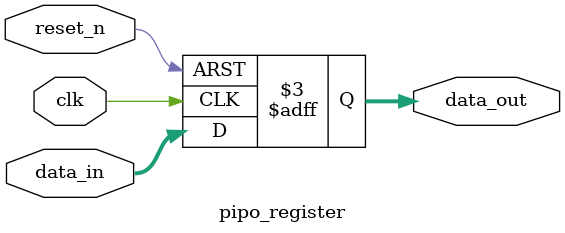
<source format=sv>
module pipo_register (
    input  wire       clk,
    input  wire       reset_n,
    input  wire [3:0] data_in,
    output reg  [3:0] data_out
);


    always @(posedge clk or negedge reset_n) begin
        if (!reset_n) 
            data_out  <= 4'b0000;
        else 
            data_out <= data_in;
    end
endmodule

</source>
